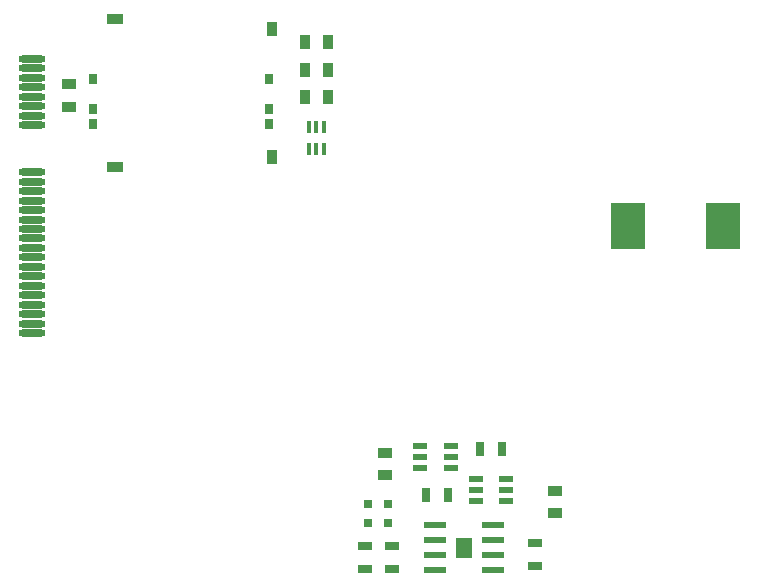
<source format=gbp>
G04*
G04 #@! TF.GenerationSoftware,Altium Limited,Altium Designer,22.0.2 (36)*
G04*
G04 Layer_Color=128*
%FSLAX44Y44*%
%MOMM*%
G71*
G04*
G04 #@! TF.SameCoordinates,5265F303-A955-4834-83B4-5BE1E65ADB8C*
G04*
G04*
G04 #@! TF.FilePolarity,Positive*
G04*
G01*
G75*
%ADD20O,2.3000X0.6000*%
%ADD21R,0.7000X1.3000*%
%ADD22R,0.9000X1.3000*%
%ADD30R,1.3000X0.9000*%
%ADD31R,0.8000X0.8000*%
%ADD32R,1.3000X0.7000*%
%ADD48R,0.4000X1.0900*%
%ADD102R,3.0000X4.0000*%
%ADD103R,1.2000X0.5500*%
%ADD104R,1.9700X0.6000*%
%ADD106R,1.4000X0.9500*%
%ADD107R,0.9500X1.2000*%
%ADD108R,0.8000X0.9000*%
G36*
X383550Y73800D02*
X396450D01*
Y90200D01*
X383550D01*
Y73800D01*
D02*
G37*
D20*
X24000Y264000D02*
D03*
Y272000D02*
D03*
Y280000D02*
D03*
Y288000D02*
D03*
Y296000D02*
D03*
Y304000D02*
D03*
Y312000D02*
D03*
Y320000D02*
D03*
Y328000D02*
D03*
Y336000D02*
D03*
Y344000D02*
D03*
Y352000D02*
D03*
Y360000D02*
D03*
Y368000D02*
D03*
Y376000D02*
D03*
Y384000D02*
D03*
Y392000D02*
D03*
Y400000D02*
D03*
Y440000D02*
D03*
Y448000D02*
D03*
Y456000D02*
D03*
Y464000D02*
D03*
Y472000D02*
D03*
Y480000D02*
D03*
Y488000D02*
D03*
Y496000D02*
D03*
D21*
X357500Y127000D02*
D03*
X376500D02*
D03*
X422500Y166000D02*
D03*
X403500D02*
D03*
D22*
X274500Y464000D02*
D03*
X255500D02*
D03*
X274500Y487000D02*
D03*
X255500D02*
D03*
X274500Y510000D02*
D03*
X255500D02*
D03*
D30*
X467000Y130500D02*
D03*
Y111500D02*
D03*
X323000Y162500D02*
D03*
Y143500D02*
D03*
X56000Y455500D02*
D03*
Y474500D02*
D03*
D31*
X308840Y119500D02*
D03*
Y103500D02*
D03*
X325840Y119500D02*
D03*
Y103500D02*
D03*
D32*
X450000Y86000D02*
D03*
Y67000D02*
D03*
X328840Y64500D02*
D03*
Y83500D02*
D03*
X305840Y64500D02*
D03*
Y83500D02*
D03*
D48*
X271500Y438200D02*
D03*
X265000D02*
D03*
X258500D02*
D03*
Y419800D02*
D03*
X265000D02*
D03*
X271500D02*
D03*
D102*
X609000Y355000D02*
D03*
X529000D02*
D03*
D103*
X379000Y168500D02*
D03*
Y159000D02*
D03*
Y149500D02*
D03*
X353000D02*
D03*
Y168500D02*
D03*
Y159000D02*
D03*
X426000Y140500D02*
D03*
Y131000D02*
D03*
Y121500D02*
D03*
X400000D02*
D03*
Y140500D02*
D03*
Y131000D02*
D03*
D104*
X414750Y101050D02*
D03*
Y88350D02*
D03*
Y75650D02*
D03*
Y62950D02*
D03*
X365250D02*
D03*
Y75650D02*
D03*
Y88350D02*
D03*
Y101050D02*
D03*
D106*
X94300Y404400D02*
D03*
Y529600D02*
D03*
D107*
X227400Y412750D02*
D03*
Y521250D02*
D03*
D108*
X225100Y441300D02*
D03*
Y453700D02*
D03*
Y479100D02*
D03*
X75700Y441300D02*
D03*
Y453700D02*
D03*
Y479100D02*
D03*
M02*

</source>
